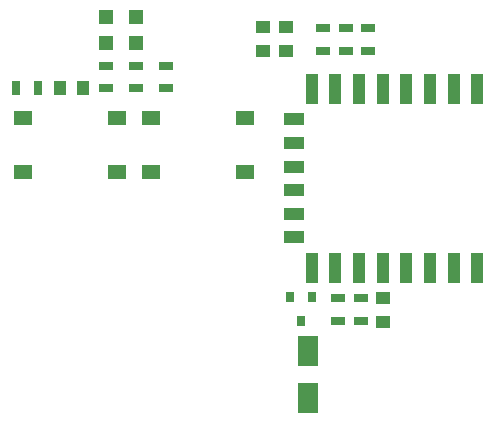
<source format=gbr>
G04 #@! TF.GenerationSoftware,KiCad,Pcbnew,(5.1.0)-1*
G04 #@! TF.CreationDate,2019-04-04T10:35:32+02:00*
G04 #@! TF.ProjectId,WiFi switch,57694669-2073-4776-9974-63682e6b6963,rev?*
G04 #@! TF.SameCoordinates,Original*
G04 #@! TF.FileFunction,Paste,Top*
G04 #@! TF.FilePolarity,Positive*
%FSLAX46Y46*%
G04 Gerber Fmt 4.6, Leading zero omitted, Abs format (unit mm)*
G04 Created by KiCad (PCBNEW (5.1.0)-1) date 2019-04-04 10:35:32*
%MOMM*%
%LPD*%
G04 APERTURE LIST*
%ADD10R,1.300000X0.700000*%
%ADD11R,1.000000X2.500000*%
%ADD12R,1.800000X1.000000*%
%ADD13R,1.550000X1.300000*%
%ADD14R,1.250000X1.000000*%
%ADD15R,1.000000X1.250000*%
%ADD16R,1.200000X1.200000*%
%ADD17R,1.800000X2.500000*%
%ADD18R,0.800000X0.900000*%
%ADD19R,0.700000X1.300000*%
G04 APERTURE END LIST*
D10*
X205740000Y-77475000D03*
X205740000Y-79375000D03*
D11*
X216860000Y-97770000D03*
X214860000Y-97770000D03*
X212860000Y-97770000D03*
X210860000Y-97770000D03*
X208860000Y-97770000D03*
X206860000Y-97770000D03*
X204860000Y-97770000D03*
X202860000Y-97770000D03*
D12*
X201360000Y-95170000D03*
X201360000Y-93170000D03*
X201360000Y-91170000D03*
X201360000Y-89170000D03*
X201360000Y-87170000D03*
X201360000Y-85170000D03*
D11*
X202860000Y-82570000D03*
X204860000Y-82570000D03*
X206860000Y-82570000D03*
X208860000Y-82570000D03*
X210860000Y-82570000D03*
X212860000Y-82570000D03*
X214860000Y-82570000D03*
X216860000Y-82570000D03*
D13*
X186395000Y-89590000D03*
X186395000Y-85090000D03*
X178435000Y-85090000D03*
X178435000Y-89590000D03*
D14*
X200660000Y-77375000D03*
X200660000Y-79375000D03*
X198755000Y-79375000D03*
X198755000Y-77375000D03*
X208915000Y-102330000D03*
X208915000Y-100330000D03*
D15*
X183515000Y-82550000D03*
X181515000Y-82550000D03*
D16*
X185420000Y-76540000D03*
X185420000Y-78740000D03*
X187960000Y-78740000D03*
X187960000Y-76540000D03*
D17*
X202565000Y-104775000D03*
X202565000Y-108775000D03*
D18*
X201930000Y-102235000D03*
X200980000Y-100235000D03*
X202880000Y-100235000D03*
D10*
X190500000Y-82545000D03*
X190500000Y-80645000D03*
X207645000Y-77475000D03*
X207645000Y-79375000D03*
D19*
X179705000Y-82550000D03*
X177805000Y-82550000D03*
D10*
X207010000Y-100330000D03*
X207010000Y-102230000D03*
X185420000Y-80645000D03*
X185420000Y-82545000D03*
X187960000Y-82545000D03*
X187960000Y-80645000D03*
X203835000Y-79375000D03*
X203835000Y-77475000D03*
X205105000Y-100330000D03*
X205105000Y-102230000D03*
D13*
X197190000Y-89590000D03*
X197190000Y-85090000D03*
X189230000Y-85090000D03*
X189230000Y-89590000D03*
M02*

</source>
